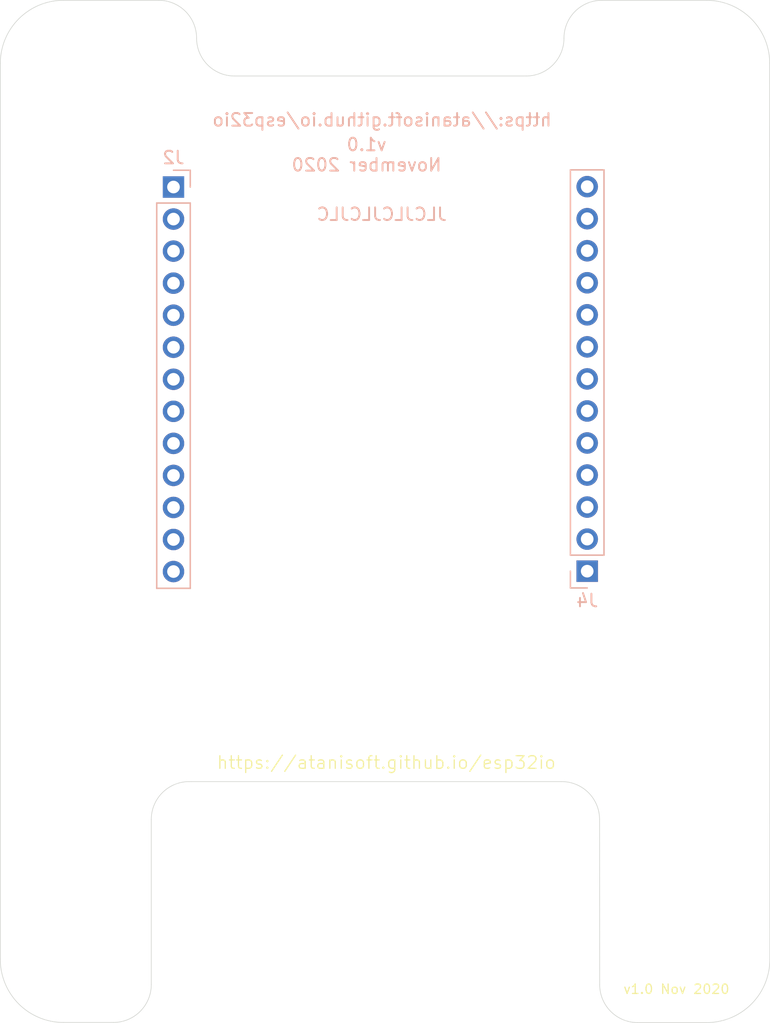
<source format=kicad_pcb>
(kicad_pcb (version 20171130) (host pcbnew 5.1.7)

  (general
    (thickness 1.6)
    (drawings 27)
    (tracks 0)
    (zones 0)
    (modules 2)
    (nets 26)
  )

  (page A4)
  (title_block
    (title "ESP32 IO Board")
    (date 2020-11-16)
    (rev 1.0)
  )

  (layers
    (0 F.Cu signal)
    (31 B.Cu signal)
    (32 B.Adhes user)
    (33 F.Adhes user)
    (34 B.Paste user)
    (35 F.Paste user)
    (36 B.SilkS user)
    (37 F.SilkS user)
    (38 B.Mask user)
    (39 F.Mask user)
    (40 Dwgs.User user)
    (41 Cmts.User user)
    (42 Eco1.User user)
    (43 Eco2.User user)
    (44 Edge.Cuts user)
    (45 Margin user)
    (46 B.CrtYd user)
    (47 F.CrtYd user)
    (48 B.Fab user hide)
    (49 F.Fab user hide)
  )

  (setup
    (last_trace_width 0.2)
    (user_trace_width 0.5)
    (user_trace_width 0.75)
    (trace_clearance 0.2)
    (zone_clearance 0.508)
    (zone_45_only no)
    (trace_min 0.2)
    (via_size 0.6)
    (via_drill 0.4)
    (via_min_size 0.4)
    (via_min_drill 0.3)
    (user_via 0.6 0.4)
    (uvia_size 0.3)
    (uvia_drill 0.1)
    (uvias_allowed no)
    (uvia_min_size 0.2)
    (uvia_min_drill 0.1)
    (edge_width 0.05)
    (segment_width 0.2)
    (pcb_text_width 0.3)
    (pcb_text_size 1.5 1.5)
    (mod_edge_width 0.12)
    (mod_text_size 1 1)
    (mod_text_width 0.15)
    (pad_size 1.524 1.524)
    (pad_drill 0.762)
    (pad_to_mask_clearance 0)
    (aux_axis_origin 0 0)
    (visible_elements FFFFF77F)
    (pcbplotparams
      (layerselection 0x010fc_ffffffff)
      (usegerberextensions false)
      (usegerberattributes true)
      (usegerberadvancedattributes true)
      (creategerberjobfile true)
      (excludeedgelayer true)
      (linewidth 0.100000)
      (plotframeref false)
      (viasonmask false)
      (mode 1)
      (useauxorigin false)
      (hpglpennumber 1)
      (hpglpenspeed 20)
      (hpglpendiameter 15.000000)
      (psnegative false)
      (psa4output false)
      (plotreference true)
      (plotvalue true)
      (plotinvisibletext false)
      (padsonsilk false)
      (subtractmaskfromsilk false)
      (outputformat 1)
      (mirror false)
      (drillshape 0)
      (scaleselection 1)
      (outputdirectory "Outputs/"))
  )

  (net 0 "")
  (net 1 GND)
  (net 2 VCC)
  (net 3 +5V)
  (net 4 USER)
  (net 5 +3V3)
  (net 6 IO8)
  (net 7 IO7)
  (net 8 IO6)
  (net 9 IO5)
  (net 10 IO4)
  (net 11 IO3)
  (net 12 IO2)
  (net 13 IO1)
  (net 14 IO16)
  (net 15 IO15)
  (net 16 IO14)
  (net 17 IO13)
  (net 18 IO12)
  (net 19 IO11)
  (net 20 IO10)
  (net 21 IO9)
  (net 22 I2C_SDA)
  (net 23 I2C_SCL)
  (net 24 FACTORY_RESET)
  (net 25 RESET)

  (net_class Default "This is the default net class."
    (clearance 0.2)
    (trace_width 0.2)
    (via_dia 0.6)
    (via_drill 0.4)
    (uvia_dia 0.3)
    (uvia_drill 0.1)
    (add_net +3V3)
    (add_net +5V)
    (add_net FACTORY_RESET)
    (add_net GND)
    (add_net I2C_SCL)
    (add_net I2C_SDA)
    (add_net IO1)
    (add_net IO10)
    (add_net IO11)
    (add_net IO12)
    (add_net IO13)
    (add_net IO14)
    (add_net IO15)
    (add_net IO16)
    (add_net IO2)
    (add_net IO3)
    (add_net IO4)
    (add_net IO5)
    (add_net IO6)
    (add_net IO7)
    (add_net IO8)
    (add_net IO9)
    (add_net RESET)
    (add_net USER)
    (add_net VCC)
  )

  (module Connector_PinHeader_2.54mm:PinHeader_1x13_P2.54mm_Vertical (layer B.Cu) (tedit 59FED5CC) (tstamp 5FB19F3D)
    (at 153.18 93.51)
    (descr "Through hole straight pin header, 1x13, 2.54mm pitch, single row")
    (tags "Through hole pin header THT 1x13 2.54mm single row")
    (path /5FBABCD6)
    (fp_text reference J4 (at 0 2.33) (layer B.SilkS)
      (effects (font (size 1 1) (thickness 0.15)) (justify mirror))
    )
    (fp_text value RIGHT-EXT (at 0 -32.81) (layer B.Fab)
      (effects (font (size 1 1) (thickness 0.15)) (justify mirror))
    )
    (fp_text user %R (at 0 -15.24 -90) (layer B.Fab)
      (effects (font (size 1 1) (thickness 0.15)) (justify mirror))
    )
    (fp_line (start -0.635 1.27) (end 1.27 1.27) (layer B.Fab) (width 0.1))
    (fp_line (start 1.27 1.27) (end 1.27 -31.75) (layer B.Fab) (width 0.1))
    (fp_line (start 1.27 -31.75) (end -1.27 -31.75) (layer B.Fab) (width 0.1))
    (fp_line (start -1.27 -31.75) (end -1.27 0.635) (layer B.Fab) (width 0.1))
    (fp_line (start -1.27 0.635) (end -0.635 1.27) (layer B.Fab) (width 0.1))
    (fp_line (start -1.33 -31.81) (end 1.33 -31.81) (layer B.SilkS) (width 0.12))
    (fp_line (start -1.33 -1.27) (end -1.33 -31.81) (layer B.SilkS) (width 0.12))
    (fp_line (start 1.33 -1.27) (end 1.33 -31.81) (layer B.SilkS) (width 0.12))
    (fp_line (start -1.33 -1.27) (end 1.33 -1.27) (layer B.SilkS) (width 0.12))
    (fp_line (start -1.33 0) (end -1.33 1.33) (layer B.SilkS) (width 0.12))
    (fp_line (start -1.33 1.33) (end 0 1.33) (layer B.SilkS) (width 0.12))
    (fp_line (start -1.8 1.8) (end -1.8 -32.25) (layer B.CrtYd) (width 0.05))
    (fp_line (start -1.8 -32.25) (end 1.8 -32.25) (layer B.CrtYd) (width 0.05))
    (fp_line (start 1.8 -32.25) (end 1.8 1.8) (layer B.CrtYd) (width 0.05))
    (fp_line (start 1.8 1.8) (end -1.8 1.8) (layer B.CrtYd) (width 0.05))
    (pad 13 thru_hole oval (at 0 -30.48) (size 1.7 1.7) (drill 1) (layers *.Cu *.Mask)
      (net 23 I2C_SCL))
    (pad 12 thru_hole oval (at 0 -27.94) (size 1.7 1.7) (drill 1) (layers *.Cu *.Mask)
      (net 22 I2C_SDA))
    (pad 11 thru_hole oval (at 0 -25.4) (size 1.7 1.7) (drill 1) (layers *.Cu *.Mask)
      (net 13 IO1))
    (pad 10 thru_hole oval (at 0 -22.86) (size 1.7 1.7) (drill 1) (layers *.Cu *.Mask)
      (net 12 IO2))
    (pad 9 thru_hole oval (at 0 -20.32) (size 1.7 1.7) (drill 1) (layers *.Cu *.Mask)
      (net 11 IO3))
    (pad 8 thru_hole oval (at 0 -17.78) (size 1.7 1.7) (drill 1) (layers *.Cu *.Mask)
      (net 10 IO4))
    (pad 7 thru_hole oval (at 0 -15.24) (size 1.7 1.7) (drill 1) (layers *.Cu *.Mask)
      (net 9 IO5))
    (pad 6 thru_hole oval (at 0 -12.7) (size 1.7 1.7) (drill 1) (layers *.Cu *.Mask)
      (net 8 IO6))
    (pad 5 thru_hole oval (at 0 -10.16) (size 1.7 1.7) (drill 1) (layers *.Cu *.Mask)
      (net 7 IO7))
    (pad 4 thru_hole oval (at 0 -7.62) (size 1.7 1.7) (drill 1) (layers *.Cu *.Mask)
      (net 6 IO8))
    (pad 3 thru_hole oval (at 0 -5.08) (size 1.7 1.7) (drill 1) (layers *.Cu *.Mask)
      (net 5 +3V3))
    (pad 2 thru_hole oval (at 0 -2.54) (size 1.7 1.7) (drill 1) (layers *.Cu *.Mask)
      (net 1 GND))
    (pad 1 thru_hole rect (at 0 0) (size 1.7 1.7) (drill 1) (layers *.Cu *.Mask)
      (net 2 VCC))
    (model ${KISYS3DMOD}/Connector_PinHeader_2.54mm.3dshapes/PinHeader_1x13_P2.54mm_Vertical.wrl
      (at (xyz 0 0 0))
      (scale (xyz 1 1 1))
      (rotate (xyz 0 0 0))
    )
  )

  (module Connector_PinHeader_2.54mm:PinHeader_1x13_P2.54mm_Vertical (layer B.Cu) (tedit 59FED5CC) (tstamp 5FB19F5E)
    (at 120.4 63.06 180)
    (descr "Through hole straight pin header, 1x13, 2.54mm pitch, single row")
    (tags "Through hole pin header THT 1x13 2.54mm single row")
    (path /5FBACE6E)
    (fp_text reference J2 (at 0 2.33) (layer B.SilkS)
      (effects (font (size 1 1) (thickness 0.15)) (justify mirror))
    )
    (fp_text value LEFT-EXT (at 0 -32.81) (layer B.Fab)
      (effects (font (size 1 1) (thickness 0.15)) (justify mirror))
    )
    (fp_text user %R (at 0 -15.24 270) (layer B.Fab)
      (effects (font (size 1 1) (thickness 0.15)) (justify mirror))
    )
    (fp_line (start -0.635 1.27) (end 1.27 1.27) (layer B.Fab) (width 0.1))
    (fp_line (start 1.27 1.27) (end 1.27 -31.75) (layer B.Fab) (width 0.1))
    (fp_line (start 1.27 -31.75) (end -1.27 -31.75) (layer B.Fab) (width 0.1))
    (fp_line (start -1.27 -31.75) (end -1.27 0.635) (layer B.Fab) (width 0.1))
    (fp_line (start -1.27 0.635) (end -0.635 1.27) (layer B.Fab) (width 0.1))
    (fp_line (start -1.33 -31.81) (end 1.33 -31.81) (layer B.SilkS) (width 0.12))
    (fp_line (start -1.33 -1.27) (end -1.33 -31.81) (layer B.SilkS) (width 0.12))
    (fp_line (start 1.33 -1.27) (end 1.33 -31.81) (layer B.SilkS) (width 0.12))
    (fp_line (start -1.33 -1.27) (end 1.33 -1.27) (layer B.SilkS) (width 0.12))
    (fp_line (start -1.33 0) (end -1.33 1.33) (layer B.SilkS) (width 0.12))
    (fp_line (start -1.33 1.33) (end 0 1.33) (layer B.SilkS) (width 0.12))
    (fp_line (start -1.8 1.8) (end -1.8 -32.25) (layer B.CrtYd) (width 0.05))
    (fp_line (start -1.8 -32.25) (end 1.8 -32.25) (layer B.CrtYd) (width 0.05))
    (fp_line (start 1.8 -32.25) (end 1.8 1.8) (layer B.CrtYd) (width 0.05))
    (fp_line (start 1.8 1.8) (end -1.8 1.8) (layer B.CrtYd) (width 0.05))
    (pad 13 thru_hole oval (at 0 -30.48 180) (size 1.7 1.7) (drill 1) (layers *.Cu *.Mask)
      (net 1 GND))
    (pad 12 thru_hole oval (at 0 -27.94 180) (size 1.7 1.7) (drill 1) (layers *.Cu *.Mask)
      (net 3 +5V))
    (pad 11 thru_hole oval (at 0 -25.4 180) (size 1.7 1.7) (drill 1) (layers *.Cu *.Mask)
      (net 25 RESET))
    (pad 10 thru_hole oval (at 0 -22.86 180) (size 1.7 1.7) (drill 1) (layers *.Cu *.Mask)
      (net 4 USER))
    (pad 9 thru_hole oval (at 0 -20.32 180) (size 1.7 1.7) (drill 1) (layers *.Cu *.Mask)
      (net 24 FACTORY_RESET))
    (pad 8 thru_hole oval (at 0 -17.78 180) (size 1.7 1.7) (drill 1) (layers *.Cu *.Mask)
      (net 14 IO16))
    (pad 7 thru_hole oval (at 0 -15.24 180) (size 1.7 1.7) (drill 1) (layers *.Cu *.Mask)
      (net 15 IO15))
    (pad 6 thru_hole oval (at 0 -12.7 180) (size 1.7 1.7) (drill 1) (layers *.Cu *.Mask)
      (net 16 IO14))
    (pad 5 thru_hole oval (at 0 -10.16 180) (size 1.7 1.7) (drill 1) (layers *.Cu *.Mask)
      (net 17 IO13))
    (pad 4 thru_hole oval (at 0 -7.62 180) (size 1.7 1.7) (drill 1) (layers *.Cu *.Mask)
      (net 18 IO12))
    (pad 3 thru_hole oval (at 0 -5.08 180) (size 1.7 1.7) (drill 1) (layers *.Cu *.Mask)
      (net 19 IO11))
    (pad 2 thru_hole oval (at 0 -2.54 180) (size 1.7 1.7) (drill 1) (layers *.Cu *.Mask)
      (net 20 IO10))
    (pad 1 thru_hole rect (at 0 0 180) (size 1.7 1.7) (drill 1) (layers *.Cu *.Mask)
      (net 21 IO9))
    (model ${KISYS3DMOD}/Connector_PinHeader_2.54mm.3dshapes/PinHeader_1x13_P2.54mm_Vertical.wrl
      (at (xyz 0 0 0))
      (scale (xyz 1 1 1))
      (rotate (xyz 0 0 0))
    )
  )

  (gr_line (start 151.16 110.19) (end 121.64 110.19) (layer Edge.Cuts) (width 0.05) (tstamp 5FB34A08))
  (gr_line (start 154.17 126.29) (end 154.16 113.19) (layer Edge.Cuts) (width 0.05) (tstamp 5FB34A07))
  (gr_line (start 157.17 129.29) (end 162.65 129.29) (layer Edge.Cuts) (width 0.05) (tstamp 5FB349FA))
  (gr_line (start 115.64 129.28) (end 111.69 129.28) (layer Edge.Cuts) (width 0.05) (tstamp 5FB349F9))
  (gr_line (start 118.64 113.19) (end 118.64 126.28) (layer Edge.Cuts) (width 0.05) (tstamp 5FB349F7))
  (gr_arc (start 151.16 113.19) (end 154.16 113.19) (angle -90) (layer Edge.Cuts) (width 0.05) (tstamp 5FB349DE))
  (gr_arc (start 121.64 113.19) (end 121.64 110.19) (angle -90) (layer Edge.Cuts) (width 0.05) (tstamp 5FB349AB))
  (gr_arc (start 157.17 126.29) (end 154.17 126.29) (angle -90) (layer Edge.Cuts) (width 0.05) (tstamp 5FB3499E))
  (gr_arc (start 115.64 126.28) (end 115.64 129.28) (angle -90) (layer Edge.Cuts) (width 0.05) (tstamp 5FB34996))
  (gr_line (start 148.34 54.26) (end 125.23 54.26) (layer Edge.Cuts) (width 0.05) (tstamp 5FB347F4))
  (gr_line (start 162.64 48.26) (end 154.34 48.26) (layer Edge.Cuts) (width 0.05) (tstamp 5FB347F3))
  (gr_line (start 111.68 48.26) (end 119.23 48.26) (layer Edge.Cuts) (width 0.05) (tstamp 5FB347D9))
  (gr_arc (start 154.34 51.26) (end 154.34 48.26) (angle -90) (layer Edge.Cuts) (width 0.05) (tstamp 5FB3475C))
  (gr_arc (start 148.34 51.26) (end 148.34 54.26) (angle -90) (layer Edge.Cuts) (width 0.05) (tstamp 5FB3475B))
  (gr_arc (start 125.23 51.26) (end 122.23 51.26) (angle -90) (layer Edge.Cuts) (width 0.05) (tstamp 5FB34756))
  (gr_arc (start 119.23 51.26) (end 122.23 51.26) (angle -90) (layer Edge.Cuts) (width 0.05))
  (gr_text JLCJLCJLCJLC (at 136.9 65.22) (layer B.SilkS)
    (effects (font (size 1 1) (thickness 0.15)) (justify mirror))
  )
  (gr_text https://atanisoft.github.io/esp32io (at 136.92 57.74) (layer B.SilkS) (tstamp 5FB30A79)
    (effects (font (size 1 1) (thickness 0.15)) (justify mirror))
  )
  (gr_text "v1.0\nNovember 2020" (at 135.7 60.5) (layer B.SilkS) (tstamp 5FB30A78)
    (effects (font (size 1 1) (thickness 0.15)) (justify mirror))
  )
  (gr_text "v1.0 Nov 2020" (at 155.99 126.64) (layer F.SilkS)
    (effects (font (size 0.75 0.75) (thickness 0.1)) (justify left))
  )
  (gr_text https://atanisoft.github.io/esp32io (at 123.77 108.68) (layer F.SilkS)
    (effects (font (size 1 1) (thickness 0.1)) (justify left))
  )
  (gr_line (start 167.65 124.29) (end 167.639998 53.24004) (layer Edge.Cuts) (width 0.05) (tstamp 5FAFC44D))
  (gr_line (start 106.68 53.26) (end 106.678069 124.290004) (layer Edge.Cuts) (width 0.05) (tstamp 5FAFC449))
  (gr_arc (start 111.68 53.26) (end 111.68 48.26) (angle -90) (layer Edge.Cuts) (width 0.05) (tstamp 5FAFA163))
  (gr_arc (start 162.65 124.29) (end 162.65 129.29) (angle -90) (layer Edge.Cuts) (width 0.05))
  (gr_arc (start 111.678068 124.280005) (end 106.678069 124.290004) (angle -90.02215244) (layer Edge.Cuts) (width 0.05))
  (gr_arc (start 162.639999 53.260039) (end 167.639998 53.24004) (angle -89.7708181) (layer Edge.Cuts) (width 0.05))

)

</source>
